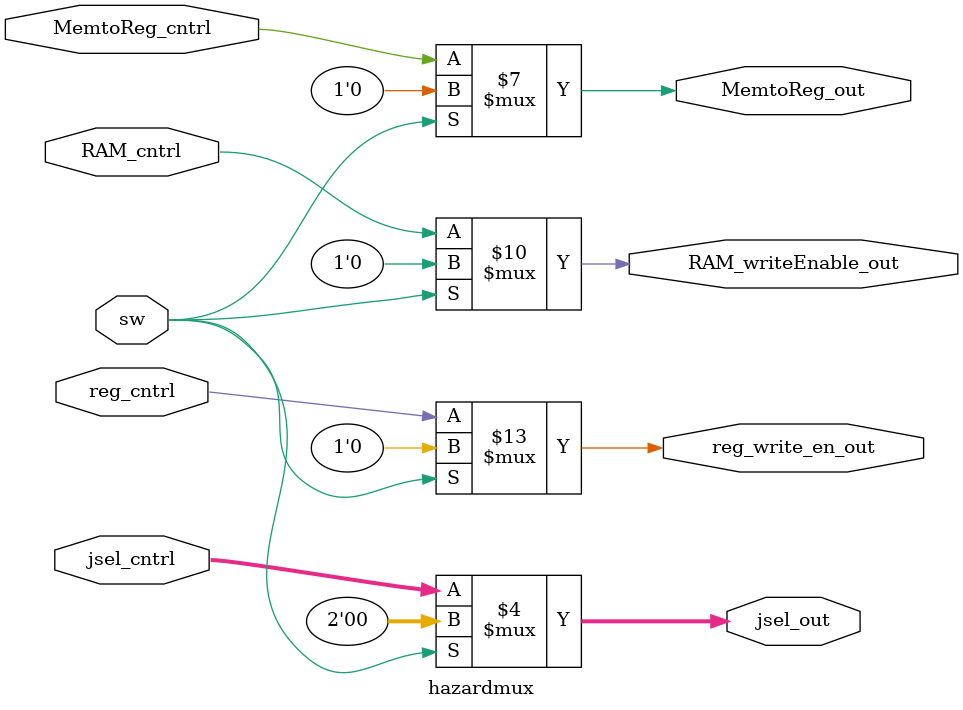
<source format=v>
module hazardmux( 

    output reg  reg_write_en_out, RAM_writeEnable_out, MemtoReg_out,
    output reg [1:0] jsel_out,

    input wire  reg_cntrl, RAM_cntrl, MemtoReg_cntrl,  //hazard when switch = 1, cntrl when switch = 0 
    input wire [1:0] jsel_cntrl,
    input wire sw 

    ); 

   always @(*) begin 

        if (sw == 1) begin
            reg_write_en_out = 1'b0;
            RAM_writeEnable_out = 1'b0;
            MemtoReg_out = 1'b0;
            jsel_out = 2'b0;
        end
        else begin
            reg_write_en_out = reg_cntrl;
            RAM_writeEnable_out = RAM_cntrl;
            MemtoReg_out = MemtoReg_cntrl;
            jsel_out = jsel_cntrl;
            
        end
    end 

endmodule 
</source>
